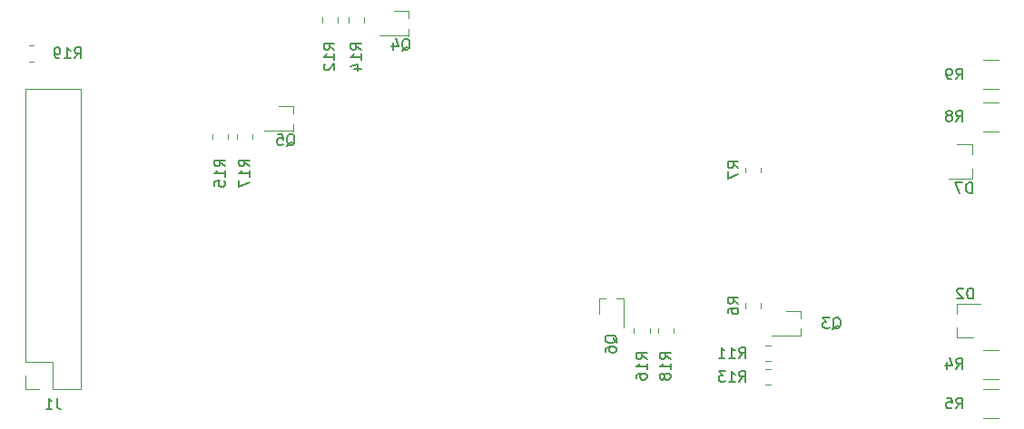
<source format=gbr>
%TF.GenerationSoftware,KiCad,Pcbnew,(5.1.7)-1*%
%TF.CreationDate,2021-07-26T21:24:21-04:00*%
%TF.ProjectId,PhoneInterface,50686f6e-6549-46e7-9465-72666163652e,rev?*%
%TF.SameCoordinates,Original*%
%TF.FileFunction,Legend,Bot*%
%TF.FilePolarity,Positive*%
%FSLAX46Y46*%
G04 Gerber Fmt 4.6, Leading zero omitted, Abs format (unit mm)*
G04 Created by KiCad (PCBNEW (5.1.7)-1) date 2021-07-26 21:24:21*
%MOMM*%
%LPD*%
G01*
G04 APERTURE LIST*
%ADD10C,0.120000*%
%ADD11C,0.150000*%
G04 APERTURE END LIST*
D10*
%TO.C,R19*%
X95794336Y-84377200D02*
X96248464Y-84377200D01*
X95794336Y-82907200D02*
X96248464Y-82907200D01*
%TO.C,R18*%
X155929000Y-109748564D02*
X155929000Y-109294436D01*
X154459000Y-109748564D02*
X154459000Y-109294436D01*
%TO.C,R17*%
X115216000Y-91165436D02*
X115216000Y-91619564D01*
X116686000Y-91165436D02*
X116686000Y-91619564D01*
%TO.C,R16*%
X153706500Y-109748564D02*
X153706500Y-109294436D01*
X152236500Y-109748564D02*
X152236500Y-109294436D01*
%TO.C,R15*%
X112930000Y-91171536D02*
X112930000Y-91625664D01*
X114400000Y-91171536D02*
X114400000Y-91625664D01*
%TO.C,R14*%
X125630000Y-80290936D02*
X125630000Y-80745064D01*
X127100000Y-80290936D02*
X127100000Y-80745064D01*
%TO.C,R13*%
X164507936Y-114590500D02*
X164962064Y-114590500D01*
X164507936Y-113120500D02*
X164962064Y-113120500D01*
%TO.C,R12*%
X124610800Y-80281536D02*
X124610800Y-80735664D01*
X123140800Y-80281536D02*
X123140800Y-80735664D01*
%TO.C,R11*%
X164507936Y-112368000D02*
X164962064Y-112368000D01*
X164507936Y-110898000D02*
X164962064Y-110898000D01*
%TO.C,R9*%
X186270737Y-84243000D02*
X184823263Y-84243000D01*
X186270737Y-86953000D02*
X184823263Y-86953000D01*
%TO.C,R8*%
X186270737Y-88180000D02*
X184823263Y-88180000D01*
X186270737Y-90890000D02*
X184823263Y-90890000D01*
%TO.C,R7*%
X162587000Y-94276936D02*
X162587000Y-94731064D01*
X164057000Y-94276936D02*
X164057000Y-94731064D01*
%TO.C,R6*%
X164057000Y-107415064D02*
X164057000Y-106960936D01*
X162587000Y-107415064D02*
X162587000Y-106960936D01*
%TO.C,R5*%
X186270737Y-114977000D02*
X184823263Y-114977000D01*
X186270737Y-117687000D02*
X184823263Y-117687000D01*
%TO.C,R4*%
X186270737Y-111294000D02*
X184823263Y-111294000D01*
X186270737Y-114004000D02*
X184823263Y-114004000D01*
%TO.C,Q6*%
X149614000Y-106516500D02*
X148954000Y-106516500D01*
X151284000Y-106516500D02*
X150614000Y-106516500D01*
X151274000Y-106516500D02*
X151274000Y-109251500D01*
X148954000Y-107926500D02*
X148954000Y-106516500D01*
%TO.C,Q5*%
X120496000Y-89225500D02*
X120496000Y-88565500D01*
X120496000Y-90895500D02*
X120496000Y-90225500D01*
X120496000Y-90885500D02*
X117761000Y-90885500D01*
X119086000Y-88565500D02*
X120496000Y-88565500D01*
%TO.C,Q4*%
X131231000Y-80335500D02*
X131231000Y-79675500D01*
X131231000Y-82005500D02*
X131231000Y-81335500D01*
X131231000Y-81995500D02*
X128496000Y-81995500D01*
X129821000Y-79675500D02*
X131231000Y-79675500D01*
%TO.C,Q3*%
X167803500Y-108339000D02*
X167803500Y-107679000D01*
X167803500Y-110009000D02*
X167803500Y-109339000D01*
X167803500Y-109999000D02*
X165068500Y-109999000D01*
X166393500Y-107679000D02*
X167803500Y-107679000D01*
%TO.C,J1*%
X95444000Y-86935000D02*
X100644000Y-86935000D01*
X95444000Y-112395000D02*
X95444000Y-86935000D01*
X100644000Y-114995000D02*
X100644000Y-86935000D01*
X95444000Y-112395000D02*
X98044000Y-112395000D01*
X98044000Y-112395000D02*
X98044000Y-114995000D01*
X98044000Y-114995000D02*
X100644000Y-114995000D01*
X95444000Y-113665000D02*
X95444000Y-114995000D01*
X95444000Y-114995000D02*
X96774000Y-114995000D01*
%TO.C,D7*%
X183783000Y-92146000D02*
X183783000Y-93076000D01*
X183783000Y-95306000D02*
X183783000Y-94376000D01*
X183783000Y-95306000D02*
X181623000Y-95306000D01*
X183783000Y-92146000D02*
X182323000Y-92146000D01*
%TO.C,D2*%
X182374000Y-110165000D02*
X182374000Y-109235000D01*
X182374000Y-107005000D02*
X182374000Y-107935000D01*
X182374000Y-107005000D02*
X184534000Y-107005000D01*
X182374000Y-110165000D02*
X183834000Y-110165000D01*
%TO.C,R19*%
D11*
X100058457Y-84094580D02*
X100391790Y-83618390D01*
X100629885Y-84094580D02*
X100629885Y-83094580D01*
X100248933Y-83094580D01*
X100153695Y-83142200D01*
X100106076Y-83189819D01*
X100058457Y-83285057D01*
X100058457Y-83427914D01*
X100106076Y-83523152D01*
X100153695Y-83570771D01*
X100248933Y-83618390D01*
X100629885Y-83618390D01*
X99106076Y-84094580D02*
X99677504Y-84094580D01*
X99391790Y-84094580D02*
X99391790Y-83094580D01*
X99487028Y-83237438D01*
X99582266Y-83332676D01*
X99677504Y-83380295D01*
X98629885Y-84094580D02*
X98439409Y-84094580D01*
X98344171Y-84046961D01*
X98296552Y-83999342D01*
X98201314Y-83856485D01*
X98153695Y-83666009D01*
X98153695Y-83285057D01*
X98201314Y-83189819D01*
X98248933Y-83142200D01*
X98344171Y-83094580D01*
X98534647Y-83094580D01*
X98629885Y-83142200D01*
X98677504Y-83189819D01*
X98725123Y-83285057D01*
X98725123Y-83523152D01*
X98677504Y-83618390D01*
X98629885Y-83666009D01*
X98534647Y-83713628D01*
X98344171Y-83713628D01*
X98248933Y-83666009D01*
X98201314Y-83618390D01*
X98153695Y-83523152D01*
%TO.C,R18*%
X155646380Y-112183942D02*
X155170190Y-111850609D01*
X155646380Y-111612514D02*
X154646380Y-111612514D01*
X154646380Y-111993466D01*
X154694000Y-112088704D01*
X154741619Y-112136323D01*
X154836857Y-112183942D01*
X154979714Y-112183942D01*
X155074952Y-112136323D01*
X155122571Y-112088704D01*
X155170190Y-111993466D01*
X155170190Y-111612514D01*
X155646380Y-113136323D02*
X155646380Y-112564895D01*
X155646380Y-112850609D02*
X154646380Y-112850609D01*
X154789238Y-112755371D01*
X154884476Y-112660133D01*
X154932095Y-112564895D01*
X155074952Y-113707752D02*
X155027333Y-113612514D01*
X154979714Y-113564895D01*
X154884476Y-113517276D01*
X154836857Y-113517276D01*
X154741619Y-113564895D01*
X154694000Y-113612514D01*
X154646380Y-113707752D01*
X154646380Y-113898228D01*
X154694000Y-113993466D01*
X154741619Y-114041085D01*
X154836857Y-114088704D01*
X154884476Y-114088704D01*
X154979714Y-114041085D01*
X155027333Y-113993466D01*
X155074952Y-113898228D01*
X155074952Y-113707752D01*
X155122571Y-113612514D01*
X155170190Y-113564895D01*
X155265428Y-113517276D01*
X155455904Y-113517276D01*
X155551142Y-113564895D01*
X155598761Y-113612514D01*
X155646380Y-113707752D01*
X155646380Y-113898228D01*
X155598761Y-113993466D01*
X155551142Y-114041085D01*
X155455904Y-114088704D01*
X155265428Y-114088704D01*
X155170190Y-114041085D01*
X155122571Y-113993466D01*
X155074952Y-113898228D01*
%TO.C,R17*%
X116403380Y-94175342D02*
X115927190Y-93842009D01*
X116403380Y-93603914D02*
X115403380Y-93603914D01*
X115403380Y-93984866D01*
X115451000Y-94080104D01*
X115498619Y-94127723D01*
X115593857Y-94175342D01*
X115736714Y-94175342D01*
X115831952Y-94127723D01*
X115879571Y-94080104D01*
X115927190Y-93984866D01*
X115927190Y-93603914D01*
X116403380Y-95127723D02*
X116403380Y-94556295D01*
X116403380Y-94842009D02*
X115403380Y-94842009D01*
X115546238Y-94746771D01*
X115641476Y-94651533D01*
X115689095Y-94556295D01*
X115403380Y-95461057D02*
X115403380Y-96127723D01*
X116403380Y-95699152D01*
%TO.C,R16*%
X153436580Y-112183942D02*
X152960390Y-111850609D01*
X153436580Y-111612514D02*
X152436580Y-111612514D01*
X152436580Y-111993466D01*
X152484200Y-112088704D01*
X152531819Y-112136323D01*
X152627057Y-112183942D01*
X152769914Y-112183942D01*
X152865152Y-112136323D01*
X152912771Y-112088704D01*
X152960390Y-111993466D01*
X152960390Y-111612514D01*
X153436580Y-113136323D02*
X153436580Y-112564895D01*
X153436580Y-112850609D02*
X152436580Y-112850609D01*
X152579438Y-112755371D01*
X152674676Y-112660133D01*
X152722295Y-112564895D01*
X152436580Y-113993466D02*
X152436580Y-113802990D01*
X152484200Y-113707752D01*
X152531819Y-113660133D01*
X152674676Y-113564895D01*
X152865152Y-113517276D01*
X153246104Y-113517276D01*
X153341342Y-113564895D01*
X153388961Y-113612514D01*
X153436580Y-113707752D01*
X153436580Y-113898228D01*
X153388961Y-113993466D01*
X153341342Y-114041085D01*
X153246104Y-114088704D01*
X153008009Y-114088704D01*
X152912771Y-114041085D01*
X152865152Y-113993466D01*
X152817533Y-113898228D01*
X152817533Y-113707752D01*
X152865152Y-113612514D01*
X152912771Y-113564895D01*
X153008009Y-113517276D01*
%TO.C,R15*%
X114091980Y-94175342D02*
X113615790Y-93842009D01*
X114091980Y-93603914D02*
X113091980Y-93603914D01*
X113091980Y-93984866D01*
X113139600Y-94080104D01*
X113187219Y-94127723D01*
X113282457Y-94175342D01*
X113425314Y-94175342D01*
X113520552Y-94127723D01*
X113568171Y-94080104D01*
X113615790Y-93984866D01*
X113615790Y-93603914D01*
X114091980Y-95127723D02*
X114091980Y-94556295D01*
X114091980Y-94842009D02*
X113091980Y-94842009D01*
X113234838Y-94746771D01*
X113330076Y-94651533D01*
X113377695Y-94556295D01*
X113091980Y-96032485D02*
X113091980Y-95556295D01*
X113568171Y-95508676D01*
X113520552Y-95556295D01*
X113472933Y-95651533D01*
X113472933Y-95889628D01*
X113520552Y-95984866D01*
X113568171Y-96032485D01*
X113663409Y-96080104D01*
X113901504Y-96080104D01*
X113996742Y-96032485D01*
X114044361Y-95984866D01*
X114091980Y-95889628D01*
X114091980Y-95651533D01*
X114044361Y-95556295D01*
X113996742Y-95508676D01*
%TO.C,R14*%
X126817380Y-83304142D02*
X126341190Y-82970809D01*
X126817380Y-82732714D02*
X125817380Y-82732714D01*
X125817380Y-83113666D01*
X125865000Y-83208904D01*
X125912619Y-83256523D01*
X126007857Y-83304142D01*
X126150714Y-83304142D01*
X126245952Y-83256523D01*
X126293571Y-83208904D01*
X126341190Y-83113666D01*
X126341190Y-82732714D01*
X126817380Y-84256523D02*
X126817380Y-83685095D01*
X126817380Y-83970809D02*
X125817380Y-83970809D01*
X125960238Y-83875571D01*
X126055476Y-83780333D01*
X126103095Y-83685095D01*
X126150714Y-85113666D02*
X126817380Y-85113666D01*
X125769761Y-84875571D02*
X126484047Y-84637476D01*
X126484047Y-85256523D01*
%TO.C,R13*%
X162034457Y-114295180D02*
X162367790Y-113818990D01*
X162605885Y-114295180D02*
X162605885Y-113295180D01*
X162224933Y-113295180D01*
X162129695Y-113342800D01*
X162082076Y-113390419D01*
X162034457Y-113485657D01*
X162034457Y-113628514D01*
X162082076Y-113723752D01*
X162129695Y-113771371D01*
X162224933Y-113818990D01*
X162605885Y-113818990D01*
X161082076Y-114295180D02*
X161653504Y-114295180D01*
X161367790Y-114295180D02*
X161367790Y-113295180D01*
X161463028Y-113438038D01*
X161558266Y-113533276D01*
X161653504Y-113580895D01*
X160748742Y-113295180D02*
X160129695Y-113295180D01*
X160463028Y-113676133D01*
X160320171Y-113676133D01*
X160224933Y-113723752D01*
X160177314Y-113771371D01*
X160129695Y-113866609D01*
X160129695Y-114104704D01*
X160177314Y-114199942D01*
X160224933Y-114247561D01*
X160320171Y-114295180D01*
X160605885Y-114295180D01*
X160701123Y-114247561D01*
X160748742Y-114199942D01*
%TO.C,R12*%
X124302780Y-83304142D02*
X123826590Y-82970809D01*
X124302780Y-82732714D02*
X123302780Y-82732714D01*
X123302780Y-83113666D01*
X123350400Y-83208904D01*
X123398019Y-83256523D01*
X123493257Y-83304142D01*
X123636114Y-83304142D01*
X123731352Y-83256523D01*
X123778971Y-83208904D01*
X123826590Y-83113666D01*
X123826590Y-82732714D01*
X124302780Y-84256523D02*
X124302780Y-83685095D01*
X124302780Y-83970809D02*
X123302780Y-83970809D01*
X123445638Y-83875571D01*
X123540876Y-83780333D01*
X123588495Y-83685095D01*
X123398019Y-84637476D02*
X123350400Y-84685095D01*
X123302780Y-84780333D01*
X123302780Y-85018428D01*
X123350400Y-85113666D01*
X123398019Y-85161285D01*
X123493257Y-85208904D01*
X123588495Y-85208904D01*
X123731352Y-85161285D01*
X124302780Y-84589857D01*
X124302780Y-85208904D01*
%TO.C,R11*%
X162034457Y-112085380D02*
X162367790Y-111609190D01*
X162605885Y-112085380D02*
X162605885Y-111085380D01*
X162224933Y-111085380D01*
X162129695Y-111133000D01*
X162082076Y-111180619D01*
X162034457Y-111275857D01*
X162034457Y-111418714D01*
X162082076Y-111513952D01*
X162129695Y-111561571D01*
X162224933Y-111609190D01*
X162605885Y-111609190D01*
X161082076Y-112085380D02*
X161653504Y-112085380D01*
X161367790Y-112085380D02*
X161367790Y-111085380D01*
X161463028Y-111228238D01*
X161558266Y-111323476D01*
X161653504Y-111371095D01*
X160129695Y-112085380D02*
X160701123Y-112085380D01*
X160415409Y-112085380D02*
X160415409Y-111085380D01*
X160510647Y-111228238D01*
X160605885Y-111323476D01*
X160701123Y-111371095D01*
%TO.C,R9*%
X182284666Y-86050380D02*
X182618000Y-85574190D01*
X182856095Y-86050380D02*
X182856095Y-85050380D01*
X182475142Y-85050380D01*
X182379904Y-85098000D01*
X182332285Y-85145619D01*
X182284666Y-85240857D01*
X182284666Y-85383714D01*
X182332285Y-85478952D01*
X182379904Y-85526571D01*
X182475142Y-85574190D01*
X182856095Y-85574190D01*
X181808476Y-86050380D02*
X181618000Y-86050380D01*
X181522761Y-86002761D01*
X181475142Y-85955142D01*
X181379904Y-85812285D01*
X181332285Y-85621809D01*
X181332285Y-85240857D01*
X181379904Y-85145619D01*
X181427523Y-85098000D01*
X181522761Y-85050380D01*
X181713238Y-85050380D01*
X181808476Y-85098000D01*
X181856095Y-85145619D01*
X181903714Y-85240857D01*
X181903714Y-85478952D01*
X181856095Y-85574190D01*
X181808476Y-85621809D01*
X181713238Y-85669428D01*
X181522761Y-85669428D01*
X181427523Y-85621809D01*
X181379904Y-85574190D01*
X181332285Y-85478952D01*
%TO.C,R8*%
X182284666Y-89987380D02*
X182618000Y-89511190D01*
X182856095Y-89987380D02*
X182856095Y-88987380D01*
X182475142Y-88987380D01*
X182379904Y-89035000D01*
X182332285Y-89082619D01*
X182284666Y-89177857D01*
X182284666Y-89320714D01*
X182332285Y-89415952D01*
X182379904Y-89463571D01*
X182475142Y-89511190D01*
X182856095Y-89511190D01*
X181713238Y-89415952D02*
X181808476Y-89368333D01*
X181856095Y-89320714D01*
X181903714Y-89225476D01*
X181903714Y-89177857D01*
X181856095Y-89082619D01*
X181808476Y-89035000D01*
X181713238Y-88987380D01*
X181522761Y-88987380D01*
X181427523Y-89035000D01*
X181379904Y-89082619D01*
X181332285Y-89177857D01*
X181332285Y-89225476D01*
X181379904Y-89320714D01*
X181427523Y-89368333D01*
X181522761Y-89415952D01*
X181713238Y-89415952D01*
X181808476Y-89463571D01*
X181856095Y-89511190D01*
X181903714Y-89606428D01*
X181903714Y-89796904D01*
X181856095Y-89892142D01*
X181808476Y-89939761D01*
X181713238Y-89987380D01*
X181522761Y-89987380D01*
X181427523Y-89939761D01*
X181379904Y-89892142D01*
X181332285Y-89796904D01*
X181332285Y-89606428D01*
X181379904Y-89511190D01*
X181427523Y-89463571D01*
X181522761Y-89415952D01*
%TO.C,R7*%
X161970980Y-94337333D02*
X161494790Y-94004000D01*
X161970980Y-93765904D02*
X160970980Y-93765904D01*
X160970980Y-94146857D01*
X161018600Y-94242095D01*
X161066219Y-94289714D01*
X161161457Y-94337333D01*
X161304314Y-94337333D01*
X161399552Y-94289714D01*
X161447171Y-94242095D01*
X161494790Y-94146857D01*
X161494790Y-93765904D01*
X160970980Y-94670666D02*
X160970980Y-95337333D01*
X161970980Y-94908761D01*
%TO.C,R6*%
X161970980Y-107021333D02*
X161494790Y-106688000D01*
X161970980Y-106449904D02*
X160970980Y-106449904D01*
X160970980Y-106830857D01*
X161018600Y-106926095D01*
X161066219Y-106973714D01*
X161161457Y-107021333D01*
X161304314Y-107021333D01*
X161399552Y-106973714D01*
X161447171Y-106926095D01*
X161494790Y-106830857D01*
X161494790Y-106449904D01*
X160970980Y-107878476D02*
X160970980Y-107688000D01*
X161018600Y-107592761D01*
X161066219Y-107545142D01*
X161209076Y-107449904D01*
X161399552Y-107402285D01*
X161780504Y-107402285D01*
X161875742Y-107449904D01*
X161923361Y-107497523D01*
X161970980Y-107592761D01*
X161970980Y-107783238D01*
X161923361Y-107878476D01*
X161875742Y-107926095D01*
X161780504Y-107973714D01*
X161542409Y-107973714D01*
X161447171Y-107926095D01*
X161399552Y-107878476D01*
X161351933Y-107783238D01*
X161351933Y-107592761D01*
X161399552Y-107497523D01*
X161447171Y-107449904D01*
X161542409Y-107402285D01*
%TO.C,R5*%
X182284666Y-116784380D02*
X182618000Y-116308190D01*
X182856095Y-116784380D02*
X182856095Y-115784380D01*
X182475142Y-115784380D01*
X182379904Y-115832000D01*
X182332285Y-115879619D01*
X182284666Y-115974857D01*
X182284666Y-116117714D01*
X182332285Y-116212952D01*
X182379904Y-116260571D01*
X182475142Y-116308190D01*
X182856095Y-116308190D01*
X181379904Y-115784380D02*
X181856095Y-115784380D01*
X181903714Y-116260571D01*
X181856095Y-116212952D01*
X181760857Y-116165333D01*
X181522761Y-116165333D01*
X181427523Y-116212952D01*
X181379904Y-116260571D01*
X181332285Y-116355809D01*
X181332285Y-116593904D01*
X181379904Y-116689142D01*
X181427523Y-116736761D01*
X181522761Y-116784380D01*
X181760857Y-116784380D01*
X181856095Y-116736761D01*
X181903714Y-116689142D01*
%TO.C,R4*%
X182284666Y-113101380D02*
X182618000Y-112625190D01*
X182856095Y-113101380D02*
X182856095Y-112101380D01*
X182475142Y-112101380D01*
X182379904Y-112149000D01*
X182332285Y-112196619D01*
X182284666Y-112291857D01*
X182284666Y-112434714D01*
X182332285Y-112529952D01*
X182379904Y-112577571D01*
X182475142Y-112625190D01*
X182856095Y-112625190D01*
X181427523Y-112434714D02*
X181427523Y-113101380D01*
X181665619Y-112053761D02*
X181903714Y-112768047D01*
X181284666Y-112768047D01*
%TO.C,Q6*%
X150661619Y-110674161D02*
X150614000Y-110578923D01*
X150518761Y-110483685D01*
X150375904Y-110340828D01*
X150328285Y-110245590D01*
X150328285Y-110150352D01*
X150566380Y-110197971D02*
X150518761Y-110102733D01*
X150423523Y-110007495D01*
X150233047Y-109959876D01*
X149899714Y-109959876D01*
X149709238Y-110007495D01*
X149614000Y-110102733D01*
X149566380Y-110197971D01*
X149566380Y-110388447D01*
X149614000Y-110483685D01*
X149709238Y-110578923D01*
X149899714Y-110626542D01*
X150233047Y-110626542D01*
X150423523Y-110578923D01*
X150518761Y-110483685D01*
X150566380Y-110388447D01*
X150566380Y-110197971D01*
X149566380Y-111483685D02*
X149566380Y-111293209D01*
X149614000Y-111197971D01*
X149661619Y-111150352D01*
X149804476Y-111055114D01*
X149994952Y-111007495D01*
X150375904Y-111007495D01*
X150471142Y-111055114D01*
X150518761Y-111102733D01*
X150566380Y-111197971D01*
X150566380Y-111388447D01*
X150518761Y-111483685D01*
X150471142Y-111531304D01*
X150375904Y-111578923D01*
X150137809Y-111578923D01*
X150042571Y-111531304D01*
X149994952Y-111483685D01*
X149947333Y-111388447D01*
X149947333Y-111197971D01*
X149994952Y-111102733D01*
X150042571Y-111055114D01*
X150137809Y-111007495D01*
%TO.C,Q5*%
X119856238Y-92273119D02*
X119951476Y-92225500D01*
X120046714Y-92130261D01*
X120189571Y-91987404D01*
X120284809Y-91939785D01*
X120380047Y-91939785D01*
X120332428Y-92177880D02*
X120427666Y-92130261D01*
X120522904Y-92035023D01*
X120570523Y-91844547D01*
X120570523Y-91511214D01*
X120522904Y-91320738D01*
X120427666Y-91225500D01*
X120332428Y-91177880D01*
X120141952Y-91177880D01*
X120046714Y-91225500D01*
X119951476Y-91320738D01*
X119903857Y-91511214D01*
X119903857Y-91844547D01*
X119951476Y-92035023D01*
X120046714Y-92130261D01*
X120141952Y-92177880D01*
X120332428Y-92177880D01*
X118999095Y-91177880D02*
X119475285Y-91177880D01*
X119522904Y-91654071D01*
X119475285Y-91606452D01*
X119380047Y-91558833D01*
X119141952Y-91558833D01*
X119046714Y-91606452D01*
X118999095Y-91654071D01*
X118951476Y-91749309D01*
X118951476Y-91987404D01*
X118999095Y-92082642D01*
X119046714Y-92130261D01*
X119141952Y-92177880D01*
X119380047Y-92177880D01*
X119475285Y-92130261D01*
X119522904Y-92082642D01*
%TO.C,Q4*%
X130591238Y-83383119D02*
X130686476Y-83335500D01*
X130781714Y-83240261D01*
X130924571Y-83097404D01*
X131019809Y-83049785D01*
X131115047Y-83049785D01*
X131067428Y-83287880D02*
X131162666Y-83240261D01*
X131257904Y-83145023D01*
X131305523Y-82954547D01*
X131305523Y-82621214D01*
X131257904Y-82430738D01*
X131162666Y-82335500D01*
X131067428Y-82287880D01*
X130876952Y-82287880D01*
X130781714Y-82335500D01*
X130686476Y-82430738D01*
X130638857Y-82621214D01*
X130638857Y-82954547D01*
X130686476Y-83145023D01*
X130781714Y-83240261D01*
X130876952Y-83287880D01*
X131067428Y-83287880D01*
X129781714Y-82621214D02*
X129781714Y-83287880D01*
X130019809Y-82240261D02*
X130257904Y-82954547D01*
X129638857Y-82954547D01*
%TO.C,Q3*%
X170757838Y-109386619D02*
X170853076Y-109339000D01*
X170948314Y-109243761D01*
X171091171Y-109100904D01*
X171186409Y-109053285D01*
X171281647Y-109053285D01*
X171234028Y-109291380D02*
X171329266Y-109243761D01*
X171424504Y-109148523D01*
X171472123Y-108958047D01*
X171472123Y-108624714D01*
X171424504Y-108434238D01*
X171329266Y-108339000D01*
X171234028Y-108291380D01*
X171043552Y-108291380D01*
X170948314Y-108339000D01*
X170853076Y-108434238D01*
X170805457Y-108624714D01*
X170805457Y-108958047D01*
X170853076Y-109148523D01*
X170948314Y-109243761D01*
X171043552Y-109291380D01*
X171234028Y-109291380D01*
X170472123Y-108291380D02*
X169853076Y-108291380D01*
X170186409Y-108672333D01*
X170043552Y-108672333D01*
X169948314Y-108719952D01*
X169900695Y-108767571D01*
X169853076Y-108862809D01*
X169853076Y-109100904D01*
X169900695Y-109196142D01*
X169948314Y-109243761D01*
X170043552Y-109291380D01*
X170329266Y-109291380D01*
X170424504Y-109243761D01*
X170472123Y-109196142D01*
%TO.C,J1*%
X98402733Y-115809780D02*
X98402733Y-116524066D01*
X98450352Y-116666923D01*
X98545590Y-116762161D01*
X98688447Y-116809780D01*
X98783685Y-116809780D01*
X97402733Y-116809780D02*
X97974161Y-116809780D01*
X97688447Y-116809780D02*
X97688447Y-115809780D01*
X97783685Y-115952638D01*
X97878923Y-116047876D01*
X97974161Y-116095495D01*
%TO.C,D7*%
X183761095Y-96678380D02*
X183761095Y-95678380D01*
X183523000Y-95678380D01*
X183380142Y-95726000D01*
X183284904Y-95821238D01*
X183237285Y-95916476D01*
X183189666Y-96106952D01*
X183189666Y-96249809D01*
X183237285Y-96440285D01*
X183284904Y-96535523D01*
X183380142Y-96630761D01*
X183523000Y-96678380D01*
X183761095Y-96678380D01*
X182856333Y-95678380D02*
X182189666Y-95678380D01*
X182618238Y-96678380D01*
%TO.C,D2*%
X183872095Y-106537380D02*
X183872095Y-105537380D01*
X183634000Y-105537380D01*
X183491142Y-105585000D01*
X183395904Y-105680238D01*
X183348285Y-105775476D01*
X183300666Y-105965952D01*
X183300666Y-106108809D01*
X183348285Y-106299285D01*
X183395904Y-106394523D01*
X183491142Y-106489761D01*
X183634000Y-106537380D01*
X183872095Y-106537380D01*
X182919714Y-105632619D02*
X182872095Y-105585000D01*
X182776857Y-105537380D01*
X182538761Y-105537380D01*
X182443523Y-105585000D01*
X182395904Y-105632619D01*
X182348285Y-105727857D01*
X182348285Y-105823095D01*
X182395904Y-105965952D01*
X182967333Y-106537380D01*
X182348285Y-106537380D01*
%TD*%
M02*

</source>
